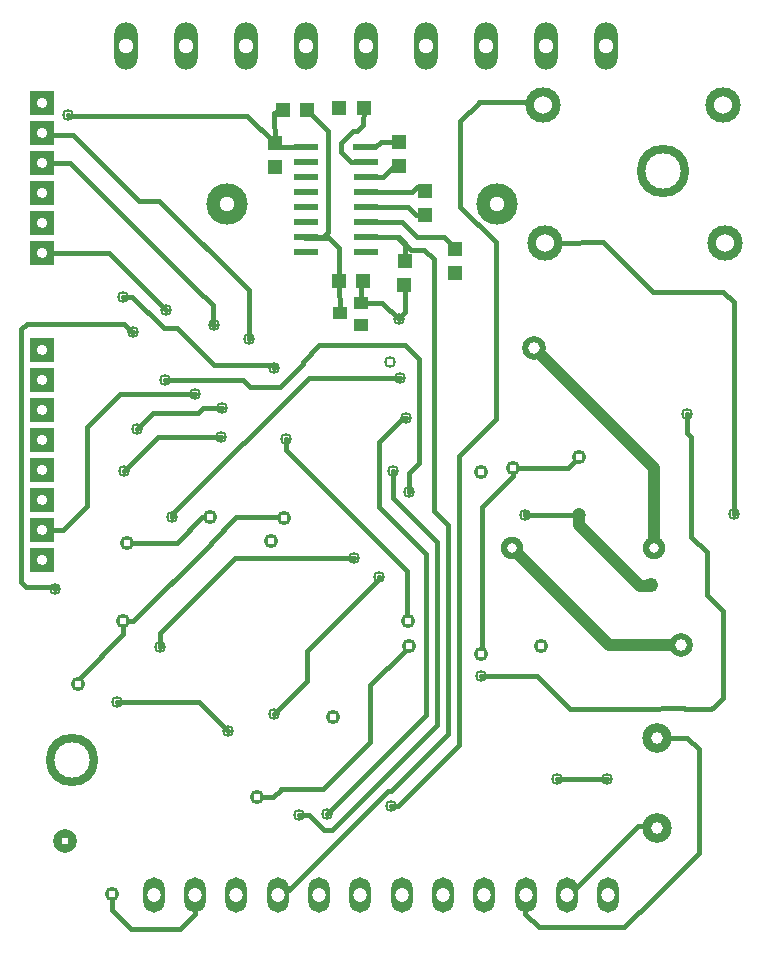
<source format=gbr>
%FSLAX23Y23*%
%MOIN*%
%ADD120O,0.07087X0.11811X0.04724*%
%ADD103O,0.07874X0.15748X0.05118*%
%ADD130R,0.08000X0.02000*%
%ADD131R,0.08200X0.02000*%
%ADD104R,0.04500X0.04000*%
%ADD90R,0.04500X0.05118*%
%ADD88R,0.05118X0.04500*%
%ADD107C,0.01800*%
%ADD110C,0.03937*%
%ADD100R,0.08000X0.08000X0.03543*%
%ADD109C,0.04000X0.02400*%
%ADD123C,0.04724X0.02400*%
%ADD106C,0.04800X0.02400*%
%ADD108C,0.07874X0.02400*%
%ADD105C,0.07500X0.03200*%
%ADD112C,0.07874X0.03937*%
%ADD99C,0.09843X0.03937*%
%ADD94C,0.11811X0.06000*%
%ADD97C,0.13780X0.05118*%
%ADD122C,0.17500X0.11811*%
X000Y000D02*
D02*
D88*
X929Y2745D03*
X929Y2826D03*
X1342Y2750D03*
X1342Y2831D03*
X1361Y2352D03*
X1362Y2432D03*
X1431Y2585D03*
X1431Y2665D03*
X1530Y2394D03*
X1530Y2474D03*
D02*
D90*
X956Y2938D03*
X1036Y2938D03*
X1144Y2366D03*
X1145Y2944D03*
X1225Y2366D03*
X1226Y2944D03*
D02*
D94*
X1823Y2953D03*
X1830Y2493D03*
X2423Y2953D03*
X2430Y2493D03*
D02*
D97*
X769Y2622D03*
X1669D03*
D02*
D99*
X2203Y542D03*
Y842D03*
D02*
D100*
X153Y1436D03*
Y1536D03*
Y1636D03*
Y1736D03*
Y1836D03*
Y1936D03*
Y2036D03*
Y2136D03*
X153Y2459D03*
Y2559D03*
Y2659D03*
Y2759D03*
Y2859D03*
Y2959D03*
D02*
D103*
X435Y3151D03*
X635D03*
X835D03*
X1035D03*
X1235D03*
X1435D03*
X1635D03*
X1835D03*
X2035D03*
D02*
D104*
X1146Y2259D03*
X1216Y2219D03*
Y2294D03*
D02*
D105*
X1720Y1476D03*
X2195D03*
D02*
D106*
X273Y1024D03*
X386Y324D03*
X425Y1234D03*
X438Y1494D03*
X713Y1579D03*
X869Y646D03*
X918Y1499D03*
X960Y1577D03*
X1123Y914D03*
X1373Y1234D03*
X1378Y1149D03*
X1617Y1122D03*
X1618Y1729D03*
X1723Y1744D03*
X1818Y1149D03*
X1943Y1779D03*
X2185Y1352D03*
D02*
D107*
X179Y2854D02*
X258D01*
X478Y2634*
X545*
X843Y2336*
Y2173*
X180Y2459D02*
X378D01*
X568Y2269*
X280Y1043D02*
X425Y1189D01*
Y1213*
X386Y303D02*
Y271D01*
X449Y208*
X614*
X664Y257*
Y289*
X405Y964D02*
X676D01*
X772Y868*
X446Y1234D02*
X458D01*
X716Y1491*
Y1494*
X800Y1579*
X939*
X458Y2197D02*
X454D01*
X428Y2224*
X102*
X083Y2205*
Y1364*
X099Y1348*
X195*
X198Y1346*
Y1341*
X459Y1494D02*
X603D01*
X688Y1579*
X692*
X588D02*
Y1589D01*
X825Y1826*
X827*
X1045Y2044*
X1348*
X663Y1989D02*
X412D01*
X302Y1879*
Y1615*
X223Y1536*
X179Y1536*
X728Y2219D02*
X723D01*
Y2285*
X664Y2344*
X663*
X248Y2759*
X180*
X750Y1846D02*
X540D01*
X428Y1734*
X755Y1944D02*
X690D01*
X673Y1926*
X525*
X488Y1889*
X470Y1874*
X890Y646D02*
X925D01*
X951Y671*
Y672*
X1089*
X1248Y831*
Y1019*
X1363Y1134*
X928Y924D02*
X1038Y1034D01*
Y1134*
X1278Y1374*
Y1379*
X928Y2077D02*
Y2086D01*
X928Y2086*
X728*
X605Y2209*
X560*
X455Y2314*
X425*
X929Y2826D02*
X838Y2917D01*
X244*
X240Y2921*
X929Y2826D02*
Y2817D01*
X926Y2814*
X1032Y2812*
X956Y2938D02*
X942D01*
X928Y2925*
X929Y2826*
X1036Y2938D02*
Y2937D01*
X1108Y2865*
Y2531*
X1091Y2513*
X1085*
X1032Y2512*
X1144Y2366D02*
Y2478D01*
X1108Y2514*
X1106*
X1103Y2511*
X1030Y2511*
X1032*
Y2512*
X1144Y2366D02*
X1144D01*
X1144Y2366*
X1146Y2259*
X1193Y1444D02*
X798D01*
X653Y1299*
X575Y1221*
X546Y1192*
Y1146*
X1216Y2294D02*
X1287D01*
X1343Y2239*
X1216Y2294D02*
Y2361D01*
X1217Y2362*
X1225Y2366*
X1232Y2512D02*
X1261Y2512D01*
X1261Y2512*
X1263Y2512*
X1342*
X1383Y2471*
X1428*
X1459Y2440*
Y1599*
X1506Y1552*
Y855*
X1318Y667*
X1307*
X977Y336*
X977Y344*
X963*
X1232Y2662D02*
X1386D01*
X1403Y2679*
X1431Y2665*
X1232Y2762D02*
X1185D01*
X1151Y2797*
Y2828*
X1190Y2868*
X1205*
X1224Y2886*
X1226Y2944*
X1323Y1734D02*
X1323D01*
Y1643*
X1469Y1498*
Y886*
X1120Y537*
X1094*
X1045Y586*
X1010*
X1342Y2750D02*
X1326D01*
X1290Y2714*
X1232Y2712*
X1342Y2831D02*
X1282D01*
X1265Y2813*
X1232Y2813*
X1232Y2813*
X1231*
X1343Y2239D02*
Y2244D01*
X1363Y2264*
Y2347*
X1364Y2348*
X1361Y2352*
X1362Y2432D02*
Y2488D01*
X1337Y2512*
X1232Y2512*
X1368Y1909D02*
X1358D01*
X1278Y1829*
Y1612*
X1432Y1457*
Y919*
X1102Y591*
X1103*
Y591*
X1370Y1254D02*
Y1401D01*
X968Y1804*
Y1839*
X1378Y1664D02*
Y1728D01*
X1411Y1761*
Y2106*
X1364Y2153*
X1078*
X1024Y2098*
Y2089*
X948Y2014*
X848*
X825Y2036*
X570*
X568Y2034*
X565Y2036*
Y2036*
X1431Y2585D02*
Y2588D01*
X1401*
X1375Y2614*
X1279*
X1232Y2612*
X1530Y2474D02*
Y2478D01*
X1495Y2512*
X1404*
X1354Y2562*
X1232Y2562*
X1616Y1049D02*
X1804D01*
X1912Y941*
X2138*
X2295Y942*
X2297Y940*
X2384*
X2393Y946*
X2423Y977*
Y1266*
X2370Y1319*
Y1462*
X2318Y1514*
Y1846*
X2303Y1861*
Y1924*
X1619Y1143D02*
Y1614D01*
X1723Y1717*
Y1723*
X1744Y1744D02*
X1908D01*
X1928Y1764*
X1765Y289D02*
Y258D01*
X1810Y213*
X2095*
X2196Y314*
X2197*
X2342Y459*
Y806*
X2305Y842*
Y842*
X2231*
X1765Y1586D02*
Y1594D01*
X1773Y1586*
X1924*
X1785Y2963D02*
X1610D01*
Y2961*
X1548Y2899*
Y2614*
X1667Y2495*
Y1907*
X1544Y1784*
Y1730*
X1545Y1729*
Y819*
X1341Y615*
X1318*
X2038Y707D02*
X1869D01*
X2175Y549D02*
X2139D01*
X1930Y340*
X2460Y1591D02*
Y1797D01*
X2460Y1797*
Y2295*
X2425Y2330*
X2190*
X2023Y2497*
X1869Y2494*
D02*
D108*
X230Y499D03*
D02*
D109*
X198Y1341D03*
X240Y2921D03*
X405Y964D03*
X425Y2314D03*
X428Y1734D03*
X458Y2197D03*
X470Y1874D03*
X546Y1146D03*
X565Y2036D03*
X568Y2269D03*
X588Y1579D03*
X663Y1989D03*
X728Y2219D03*
X750Y1846D03*
X755Y1944D03*
X772Y868D03*
X843Y2173D03*
X928Y924D03*
X928Y2077D03*
X968Y1839D03*
X1010Y586D03*
X1103Y591D03*
X1193Y1444D03*
X1278Y1379D03*
X1312Y2096D03*
X1318Y615D03*
X1323Y1734D03*
X1343Y2239D03*
X1348Y2044D03*
X1368Y1909D03*
X1378Y1664D03*
X1616Y1049D03*
X1765Y1586D03*
X1869Y707D03*
X2038D03*
X2303Y1924D03*
X2460Y1591D03*
D02*
D110*
X1746Y1451D02*
X2043Y1154D01*
X2243*
X1945Y1586D02*
Y1554D01*
X2148Y1351*
X2178*
X2178Y1351*
Y1352*
X2185Y1352*
X2193Y1512D02*
Y1744D01*
X1821Y2116*
D02*
D112*
X1793Y2144D03*
X2283Y1154D03*
D02*
D120*
X526Y321D03*
X663D03*
X801D03*
X939D03*
X1077D03*
X1215D03*
X1352D03*
X1490D03*
X1628D03*
X1766D03*
X1904D03*
X2041D03*
D02*
D122*
X254Y771D03*
X2224Y2733D03*
D02*
D123*
X1945Y1586D03*
D02*
D130*
X1032Y2462D03*
Y2512D03*
Y2562D03*
Y2612D03*
Y2662D03*
Y2712D03*
Y2762D03*
Y2812D03*
X1231Y2813D03*
X1232Y2462D03*
Y2512D03*
Y2562D03*
Y2662D03*
Y2712D03*
Y2762D03*
D02*
D131*
Y2612D03*
X000Y000D02*
M02*

</source>
